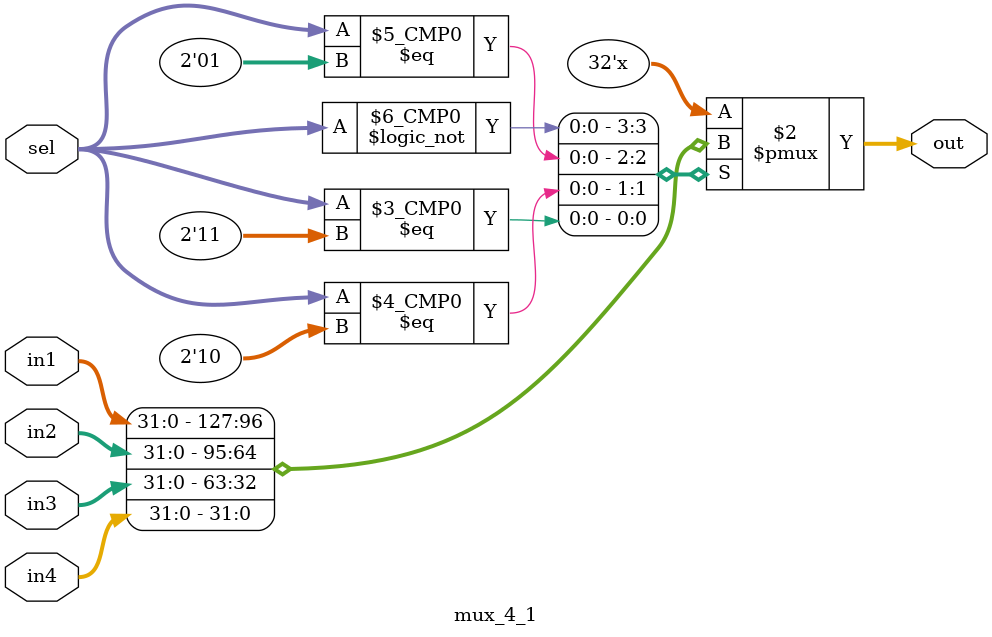
<source format=v>
`timescale 1ns / 1ps


module mux_4_1(
    input [31:0] in1,
    input [31:0] in2,
    input [31:0] in3,
    input [31:0] in4,
    input [1:0] sel,
    output reg [31:0] out
);
    always@(in1, in2, in3, in4, sel)
    begin
        case(sel)
            2'b00: out = in1;
            2'b01: out = in2;
            2'b10: out = in3;
            2'b11: out = in4;
        endcase
    end
endmodule

</source>
